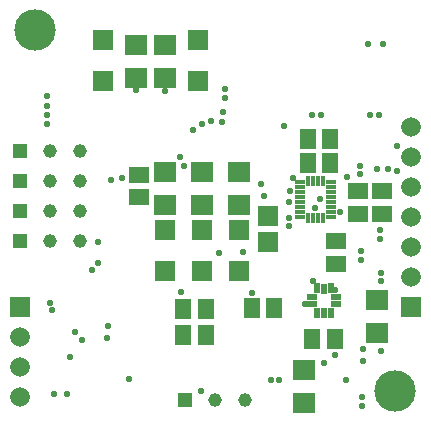
<source format=gts>
G04 Layer_Color=8388736*
%FSLAX24Y24*%
%MOIN*%
G70*
G01*
G75*
%ADD13R,0.0109X0.0256*%
%ADD14R,0.0256X0.0109*%
%ADD15R,0.0295X0.0157*%
%ADD16R,0.0157X0.0291*%
%ADD17R,0.0157X0.0295*%
%ADD38R,0.0129X0.0335*%
%ADD39R,0.0129X0.0335*%
%ADD40R,0.0130X0.0335*%
%ADD41R,0.0129X0.0335*%
%ADD42R,0.0129X0.0335*%
%ADD43R,0.0129X0.0335*%
%ADD44R,0.0128X0.0335*%
%ADD45R,0.0332X0.0130*%
%ADD46R,0.0331X0.0128*%
%ADD47R,0.0335X0.0127*%
%ADD48R,0.0335X0.0129*%
%ADD49R,0.0330X0.0130*%
%ADD50R,0.0329X0.0127*%
%ADD51R,0.0335X0.0130*%
%ADD52R,0.0335X0.0128*%
%ADD53R,0.0332X0.0130*%
%ADD54R,0.0332X0.0129*%
%ADD55R,0.0335X0.0129*%
%ADD56R,0.0335X0.0129*%
%ADD57R,0.0332X0.0129*%
%ADD58R,0.0332X0.0129*%
%ADD59R,0.0335X0.0130*%
%ADD60R,0.0335X0.0129*%
%ADD61R,0.0189X0.0318*%
%ADD62R,0.0189X0.0335*%
%ADD63R,0.0189X0.0317*%
%ADD64R,0.0335X0.0189*%
%ADD65R,0.0189X0.0317*%
%ADD66R,0.0189X0.0317*%
%ADD67R,0.0575X0.0654*%
%ADD68R,0.0654X0.0575*%
%ADD69R,0.0654X0.0654*%
%ADD70R,0.0772X0.0693*%
%ADD71C,0.1378*%
%ADD72C,0.0463*%
%ADD73R,0.0463X0.0463*%
%ADD74R,0.0463X0.0463*%
%ADD75C,0.0654*%
%ADD76C,0.0213*%
D13*
X10179Y6836D02*
D03*
X10348D02*
D03*
X10687D02*
D03*
X10518D02*
D03*
X10179Y8076D02*
D03*
X10348D02*
D03*
X10687D02*
D03*
X10518D02*
D03*
D14*
X10955Y6863D02*
D03*
Y7032D02*
D03*
Y7202D02*
D03*
Y7371D02*
D03*
Y8048D02*
D03*
Y7879D02*
D03*
Y7710D02*
D03*
Y7540D02*
D03*
X9911Y6863D02*
D03*
Y7032D02*
D03*
Y7202D02*
D03*
Y7371D02*
D03*
Y8048D02*
D03*
Y7879D02*
D03*
Y7710D02*
D03*
Y7540D02*
D03*
D15*
X11130Y3966D02*
D03*
X10327D02*
D03*
Y4203D02*
D03*
X11130D02*
D03*
D16*
X10965Y3679D02*
D03*
X10492D02*
D03*
X10965Y4490D02*
D03*
X10492D02*
D03*
D17*
X10728Y3683D02*
D03*
Y4486D02*
D03*
D38*
X10179Y6834D02*
D03*
D39*
X10348Y6834D02*
D03*
D40*
X10687Y6834D02*
D03*
X10179Y8078D02*
D03*
D41*
X10517Y6834D02*
D03*
D42*
X10349Y8078D02*
D03*
D43*
X10687Y8078D02*
D03*
D44*
X10518Y8078D02*
D03*
D45*
X10958Y6863D02*
D03*
D46*
X10958Y7033D02*
D03*
D47*
X10957Y7202D02*
D03*
D48*
X10957Y7371D02*
D03*
D49*
X10959Y8048D02*
D03*
D50*
X10960Y7879D02*
D03*
D51*
X10957Y7710D02*
D03*
D52*
X10957Y7540D02*
D03*
D53*
X9908Y6863D02*
D03*
D54*
X9908Y7033D02*
D03*
D55*
X9909Y7202D02*
D03*
D56*
Y7371D02*
D03*
D57*
X9908Y8049D02*
D03*
D58*
X9908Y7879D02*
D03*
D59*
X9909Y7710D02*
D03*
D60*
X9909Y7540D02*
D03*
D61*
X10965Y3673D02*
D03*
D62*
X10728Y3681D02*
D03*
X10728Y4488D02*
D03*
D63*
X10492Y3672D02*
D03*
D64*
X10325Y3966D02*
D03*
Y4203D02*
D03*
X11132Y4203D02*
D03*
Y3966D02*
D03*
D65*
X10492Y4497D02*
D03*
D66*
X10965Y4497D02*
D03*
D67*
X9060Y3839D02*
D03*
X8312D02*
D03*
X6772Y2928D02*
D03*
X6024D02*
D03*
X6772Y3789D02*
D03*
X6024D02*
D03*
X10177Y8686D02*
D03*
X10925D02*
D03*
X10935Y9473D02*
D03*
X10187D02*
D03*
X11083Y2805D02*
D03*
X10335D02*
D03*
D68*
X4552Y8273D02*
D03*
Y7525D02*
D03*
X11122Y5310D02*
D03*
Y6058D02*
D03*
X12648Y6983D02*
D03*
Y7731D02*
D03*
X11860Y6983D02*
D03*
Y7731D02*
D03*
D69*
X8858Y6053D02*
D03*
Y6914D02*
D03*
X5413Y6447D02*
D03*
Y5069D02*
D03*
X6644Y5069D02*
D03*
Y6447D02*
D03*
X7874Y5069D02*
D03*
Y6447D02*
D03*
X3371Y12771D02*
D03*
Y11393D02*
D03*
X6521Y12771D02*
D03*
Y11393D02*
D03*
X591Y3886D02*
D03*
X13632Y3856D02*
D03*
D70*
X6644Y8376D02*
D03*
Y7274D02*
D03*
X5413Y8376D02*
D03*
Y7274D02*
D03*
X7874Y8366D02*
D03*
Y7264D02*
D03*
X10039Y655D02*
D03*
Y1757D02*
D03*
X12500Y3002D02*
D03*
Y4104D02*
D03*
X4454Y11511D02*
D03*
Y12613D02*
D03*
X5428Y11511D02*
D03*
Y12613D02*
D03*
D71*
X13091Y1083D02*
D03*
X1083Y13091D02*
D03*
D72*
X8087Y763D02*
D03*
X7087D02*
D03*
X2575Y6087D02*
D03*
Y7087D02*
D03*
Y8087D02*
D03*
Y9087D02*
D03*
X1575Y6087D02*
D03*
Y7087D02*
D03*
Y8087D02*
D03*
Y9087D02*
D03*
D73*
X6087Y763D02*
D03*
D74*
X575Y6087D02*
D03*
Y7087D02*
D03*
Y8087D02*
D03*
Y9087D02*
D03*
D75*
X591Y886D02*
D03*
Y1886D02*
D03*
Y2886D02*
D03*
X13632Y5856D02*
D03*
Y4856D02*
D03*
Y6856D02*
D03*
Y7856D02*
D03*
Y8856D02*
D03*
Y9856D02*
D03*
D76*
X6348Y9769D02*
D03*
X6939Y10064D02*
D03*
X7308Y10039D02*
D03*
X6644Y9966D02*
D03*
X8312Y4326D02*
D03*
X3986Y8169D02*
D03*
X3617Y8095D02*
D03*
X5428Y11083D02*
D03*
X4454Y11097D02*
D03*
X5930Y8858D02*
D03*
X6053Y8563D02*
D03*
X10581Y7456D02*
D03*
X13140Y9252D02*
D03*
Y8391D02*
D03*
X12697Y12648D02*
D03*
X12180D02*
D03*
X12844Y8465D02*
D03*
X12475D02*
D03*
X11983Y566D02*
D03*
Y886D02*
D03*
X2165Y984D02*
D03*
X3200Y5340D02*
D03*
X12008Y2485D02*
D03*
Y2067D02*
D03*
X7406Y10851D02*
D03*
Y11122D02*
D03*
X7234Y5684D02*
D03*
X3494Y2854D02*
D03*
X3519Y3248D02*
D03*
X3002Y5118D02*
D03*
X1722Y984D02*
D03*
X2239Y2215D02*
D03*
X8022Y5709D02*
D03*
X10728Y1993D02*
D03*
X11097Y4454D02*
D03*
X11959Y5438D02*
D03*
Y5733D02*
D03*
X11270Y7037D02*
D03*
X12549Y10261D02*
D03*
X11934Y8588D02*
D03*
X12623Y4724D02*
D03*
X12598Y6152D02*
D03*
X2436Y3027D02*
D03*
X8637Y7972D02*
D03*
X5955Y4355D02*
D03*
X2657Y2781D02*
D03*
X1575Y4011D02*
D03*
X1649Y3765D02*
D03*
X10359Y4749D02*
D03*
X11073Y2288D02*
D03*
X12623Y2411D02*
D03*
X11442Y1427D02*
D03*
X4208Y1476D02*
D03*
X3174Y6053D02*
D03*
X10335Y10261D02*
D03*
X10605D02*
D03*
X9227Y1452D02*
D03*
X8957D02*
D03*
X12598Y6422D02*
D03*
X12623Y5020D02*
D03*
X11934Y8292D02*
D03*
X12254Y10261D02*
D03*
X11491Y8219D02*
D03*
X10408Y7160D02*
D03*
X9400Y9916D02*
D03*
X1476Y10261D02*
D03*
Y10581D02*
D03*
X7357Y10384D02*
D03*
X9561Y7371D02*
D03*
X1476Y10901D02*
D03*
Y9966D02*
D03*
X10093Y3966D02*
D03*
X9695Y8169D02*
D03*
X9572Y7751D02*
D03*
X8711Y7579D02*
D03*
X9547Y6841D02*
D03*
X9547Y6576D02*
D03*
X6608Y1055D02*
D03*
M02*

</source>
